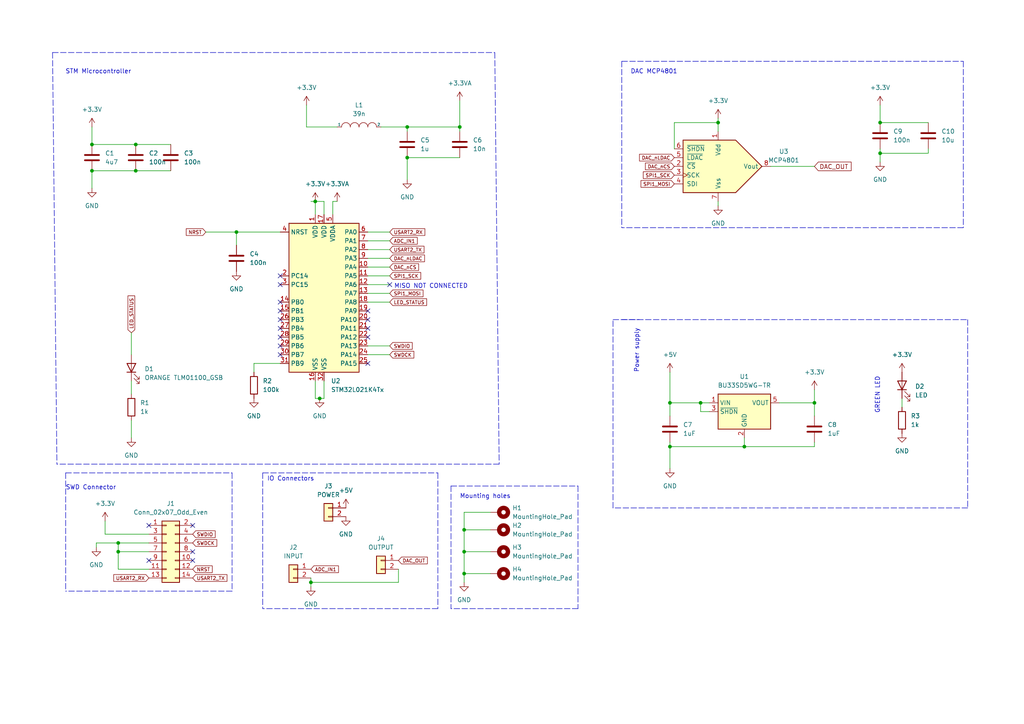
<source format=kicad_sch>
(kicad_sch (version 20211123) (generator eeschema)
  (paper "A4")
  (lib_symbols
    (symbol "Analog_DAC:MCP4801" (pin_names (offset 1.016))
      (property "Reference" "U" (at 1.27 10.795 0))
      (property "Value" "MCP4801" (at 1.27 8.89 0))
      (symbol "MCP4801_0_0"
        (polyline (pts (xy 12.7 0) (xy 5.08 7.62) (xy -10.16 7.62) (xy -10.16 -7.62) (xy 5.08 -7.62) (xy 12.7 0)) (stroke (width 0.254)) (fill (type background)))
      )
      (symbol "MCP4801_1_1"
        (pin power_in line (at 0 10.16 270) (length 2.54) (name "Vdd") (number "1"))
        (pin input line (at -12.7 0 0) (length 2.54) (name "~{CS}") (number "2"))
        (pin input clock (at -12.7 -2.54 0) (length 2.54) (name "SCK") (number "3"))
        (pin input line (at -12.7 -5.08 0) (length 2.54) (name "SDI") (number "4"))
        (pin input line (at -12.7 2.54 0) (length 2.54) (name "~{LDAC}") (number "5"))
        (pin input line (at -12.7 5.08 0) (length 2.54) (name "~{SHDN}") (number "6"))
        (pin power_in line (at 0 -10.16 90) (length 2.54) (name "Vss") (number "7"))
        (pin output line (at 15.24 0 180) (length 2.54) (name "Vout") (number "8"))
      )
    )
    (symbol "Connector_Generic:Conn_01x02" (pin_names (offset 1.016) hide)
      (property "Reference" "J" (at 0 2.54 0))
      (property "Value" "Conn_01x02" (at 0 -5.08 0))
      (symbol "Conn_01x02_1_1"
        (rectangle (start -1.27 -2.413) (end 0 -2.667) (stroke (width 0.1524)))
        (rectangle (start -1.27 0.127) (end 0 -0.127) (stroke (width 0.1524)))
        (rectangle (start -1.27 1.27) (end 1.27 -3.81) (stroke (width 0.254)) (fill (type background)))
        (pin passive line (at -5.08 0 0) (length 3.81) (name "Pin_1") (number "1"))
        (pin passive line (at -5.08 -2.54 0) (length 3.81) (name "Pin_2") (number "2"))
      )
    )
    (symbol "Connector_Generic:Conn_02x07_Odd_Even" (pin_names (offset 1.016) hide)
      (property "Reference" "J" (at 1.27 10.16 0))
      (property "Value" "Conn_02x07_Odd_Even" (at 1.27 -10.16 0))
      (symbol "Conn_02x07_Odd_Even_1_1"
        (rectangle (start -1.27 -7.493) (end 0 -7.747) (stroke (width 0.1524)))
        (rectangle (start -1.27 -4.953) (end 0 -5.207) (stroke (width 0.1524)))
        (rectangle (start -1.27 -2.413) (end 0 -2.667) (stroke (width 0.1524)))
        (rectangle (start -1.27 0.127) (end 0 -0.127) (stroke (width 0.1524)))
        (rectangle (start -1.27 2.667) (end 0 2.413) (stroke (width 0.1524)))
        (rectangle (start -1.27 5.207) (end 0 4.953) (stroke (width 0.1524)))
        (rectangle (start -1.27 7.747) (end 0 7.493) (stroke (width 0.1524)))
        (rectangle (start -1.27 8.89) (end 3.81 -8.89) (stroke (width 0.254)) (fill (type background)))
        (rectangle (start 3.81 -7.493) (end 2.54 -7.747) (stroke (width 0.1524)))
        (rectangle (start 3.81 -4.953) (end 2.54 -5.207) (stroke (width 0.1524)))
        (rectangle (start 3.81 -2.413) (end 2.54 -2.667) (stroke (width 0.1524)))
        (rectangle (start 3.81 0.127) (end 2.54 -0.127) (stroke (width 0.1524)))
        (rectangle (start 3.81 2.667) (end 2.54 2.413) (stroke (width 0.1524)))
        (rectangle (start 3.81 5.207) (end 2.54 4.953) (stroke (width 0.1524)))
        (rectangle (start 3.81 7.747) (end 2.54 7.493) (stroke (width 0.1524)))
        (pin passive line (at -5.08 7.62 0) (length 3.81) (name "Pin_1") (number "1"))
        (pin passive line (at 7.62 -2.54 180) (length 3.81) (name "Pin_10") (number "10"))
        (pin passive line (at -5.08 -5.08 0) (length 3.81) (name "Pin_11") (number "11"))
        (pin passive line (at 7.62 -5.08 180) (length 3.81) (name "Pin_12") (number "12"))
        (pin passive line (at -5.08 -7.62 0) (length 3.81) (name "Pin_13") (number "13"))
        (pin passive line (at 7.62 -7.62 180) (length 3.81) (name "Pin_14") (number "14"))
        (pin passive line (at 7.62 7.62 180) (length 3.81) (name "Pin_2") (number "2"))
        (pin passive line (at -5.08 5.08 0) (length 3.81) (name "Pin_3") (number "3"))
        (pin passive line (at 7.62 5.08 180) (length 3.81) (name "Pin_4") (number "4"))
        (pin passive line (at -5.08 2.54 0) (length 3.81) (name "Pin_5") (number "5"))
        (pin passive line (at 7.62 2.54 180) (length 3.81) (name "Pin_6") (number "6"))
        (pin passive line (at -5.08 0 0) (length 3.81) (name "Pin_7") (number "7"))
        (pin passive line (at 7.62 0 180) (length 3.81) (name "Pin_8") (number "8"))
        (pin passive line (at -5.08 -2.54 0) (length 3.81) (name "Pin_9") (number "9"))
      )
    )
    (symbol "Device:C" (pin_numbers hide) (pin_names (offset 0.254))
      (property "Reference" "C" (at 0.635 2.54 0))
      (property "Value" "C" (at 0.635 -2.54 0))
      (symbol "C_0_1"
        (polyline (pts (xy -2.032 -0.762) (xy 2.032 -0.762)) (stroke (width 0.508)))
        (polyline (pts (xy -2.032 0.762) (xy 2.032 0.762)) (stroke (width 0.508)))
      )
      (symbol "C_1_1"
        (pin passive line (at 0 3.81 270) (length 2.794) (name "~") (number "1"))
        (pin passive line (at 0 -3.81 90) (length 2.794) (name "~") (number "2"))
      )
    )
    (symbol "Device:LED" (pin_numbers hide) (pin_names (offset 1.016) hide)
      (property "Reference" "D" (at 0 2.54 0))
      (property "Value" "LED" (at 0 -2.54 0))
      (symbol "LED_0_1"
        (polyline (pts (xy -1.27 -1.27) (xy -1.27 1.27)) (stroke (width 0.254)))
        (polyline (pts (xy -1.27 0) (xy 1.27 0)))
        (polyline (pts (xy 1.27 -1.27) (xy 1.27 1.27) (xy -1.27 0) (xy 1.27 -1.27)) (stroke (width 0.254)))
        (polyline (pts (xy -3.048 -0.762) (xy -4.572 -2.286) (xy -3.81 -2.286) (xy -4.572 -2.286) (xy -4.572 -1.524)))
        (polyline (pts (xy -1.778 -0.762) (xy -3.302 -2.286) (xy -2.54 -2.286) (xy -3.302 -2.286) (xy -3.302 -1.524)))
      )
      (symbol "LED_1_1"
        (pin passive line (at -3.81 0 0) (length 2.54) (name "K") (number "1"))
        (pin passive line (at 3.81 0 180) (length 2.54) (name "A") (number "2"))
      )
    )
    (symbol "Device:R" (pin_numbers hide) (pin_names (offset 0))
      (property "Reference" "R" (at 2.032 0 90))
      (property "Value" "R" (at 0 0 90))
      (symbol "R_0_1"
        (rectangle (start -1.016 -2.54) (end 1.016 2.54) (stroke (width 0.254)))
      )
      (symbol "R_1_1"
        (pin passive line (at 0 3.81 270) (length 1.27) (name "~") (number "1"))
        (pin passive line (at 0 -3.81 90) (length 1.27) (name "~") (number "2"))
      )
    )
    (symbol "MCU_ST_STM32L0:STM32L021K4Tx"
      (property "Reference" "U" (at -10.16 21.59 0))
      (property "Value" "STM32L021K4Tx" (at 5.08 21.59 0))
      (symbol "STM32L021K4Tx_0_1"
        (rectangle (start -10.16 -22.86) (end 10.16 20.32) (stroke (width 0.254)) (fill (type background)))
      )
      (symbol "STM32L021K4Tx_1_1"
        (pin power_in line (at -2.54 22.86 270) (length 2.54) (name "VDD") (number "1"))
        (pin bidirectional line (at 12.7 7.62 180) (length 2.54) (name "PA4") (number "10"))
        (pin bidirectional line (at 12.7 5.08 180) (length 2.54) (name "PA5") (number "11"))
        (pin bidirectional line (at 12.7 2.54 180) (length 2.54) (name "PA6") (number "12"))
        (pin bidirectional line (at 12.7 0 180) (length 2.54) (name "PA7") (number "13"))
        (pin bidirectional line (at -12.7 -2.54 0) (length 2.54) (name "PB0") (number "14"))
        (pin bidirectional line (at -12.7 -5.08 0) (length 2.54) (name "PB1") (number "15"))
        (pin power_in line (at -2.54 -25.4 90) (length 2.54) (name "VSS") (number "16"))
        (pin power_in line (at 0 22.86 270) (length 2.54) (name "VDD") (number "17"))
        (pin bidirectional line (at 12.7 -2.54 180) (length 2.54) (name "PA8") (number "18"))
        (pin bidirectional line (at 12.7 -5.08 180) (length 2.54) (name "PA9") (number "19"))
        (pin bidirectional line (at -12.7 5.08 0) (length 2.54) (name "PC14") (number "2"))
        (pin bidirectional line (at 12.7 -7.62 180) (length 2.54) (name "PA10") (number "20"))
        (pin bidirectional line (at 12.7 -10.16 180) (length 2.54) (name "PA11") (number "21"))
        (pin bidirectional line (at 12.7 -12.7 180) (length 2.54) (name "PA12") (number "22"))
        (pin bidirectional line (at 12.7 -15.24 180) (length 2.54) (name "PA13") (number "23"))
        (pin bidirectional line (at 12.7 -17.78 180) (length 2.54) (name "PA14") (number "24"))
        (pin bidirectional line (at 12.7 -20.32 180) (length 2.54) (name "PA15") (number "25"))
        (pin bidirectional line (at -12.7 -7.62 0) (length 2.54) (name "PB3") (number "26"))
        (pin bidirectional line (at -12.7 -10.16 0) (length 2.54) (name "PB4") (number "27"))
        (pin bidirectional line (at -12.7 -12.7 0) (length 2.54) (name "PB5") (number "28"))
        (pin bidirectional line (at -12.7 -15.24 0) (length 2.54) (name "PB6") (number "29"))
        (pin bidirectional line (at -12.7 2.54 0) (length 2.54) (name "PC15") (number "3"))
        (pin bidirectional line (at -12.7 -17.78 0) (length 2.54) (name "PB7") (number "30"))
        (pin bidirectional line (at -12.7 -20.32 0) (length 2.54) (name "PB9") (number "31"))
        (pin power_in line (at 0 -25.4 90) (length 2.54) (name "VSS") (number "32"))
        (pin input line (at -12.7 17.78 0) (length 2.54) (name "NRST") (number "4"))
        (pin power_in line (at 2.54 22.86 270) (length 2.54) (name "VDDA") (number "5"))
        (pin bidirectional line (at 12.7 17.78 180) (length 2.54) (name "PA0") (number "6"))
        (pin bidirectional line (at 12.7 15.24 180) (length 2.54) (name "PA1") (number "7"))
        (pin bidirectional line (at 12.7 12.7 180) (length 2.54) (name "PA2") (number "8"))
        (pin bidirectional line (at 12.7 10.16 180) (length 2.54) (name "PA3") (number "9"))
      )
    )
    (symbol "Mechanical:MountingHole_Pad" (pin_numbers hide) (pin_names (offset 1.016) hide)
      (property "Reference" "H" (at 0 6.35 0))
      (property "Value" "MountingHole_Pad" (at 0 4.445 0))
      (symbol "MountingHole_Pad_0_1"
        (circle (center 0 1.27) (radius 1.27) (stroke (width 1.27)))
      )
      (symbol "MountingHole_Pad_1_1"
        (pin input line (at 0 -2.54 90) (length 2.54) (name "1") (number "1"))
      )
    )
    (symbol "Regulator_Linear:MCP1802x-xx02xOT"
      (property "Reference" "U" (at -6.35 6.35 0))
      (property "Value" "MCP1802x-xx02xOT" (at 0 6.35 0))
      (symbol "MCP1802x-xx02xOT_0_1"
        (rectangle (start -7.62 5.08) (end 7.62 -5.08) (stroke (width 0.254)) (fill (type background)))
      )
      (symbol "MCP1802x-xx02xOT_1_1"
        (pin power_in line (at -10.16 2.54 0) (length 2.54) (name "VIN") (number "1"))
        (pin power_in line (at 0 -7.62 90) (length 2.54) (name "GND") (number "2"))
        (pin input line (at -10.16 0 0) (length 2.54) (name "~{SHDN}") (number "3"))
        (pin no_connect line (at 7.62 0 180) (length 2.54) hide (name "NC") (number "4"))
        (pin power_out line (at 10.16 2.54 180) (length 2.54) (name "VOUT") (number "5"))
      )
    )
    (symbol "power:+3.3V" (power) (pin_names (offset 0))
      (property "Value" "+3.3V" (at 0 3.556 0))
      (symbol "+3.3V_0_1"
        (polyline (pts (xy -0.762 1.27) (xy 0 2.54)))
        (polyline (pts (xy 0 0) (xy 0 2.54)))
        (polyline (pts (xy 0 2.54) (xy 0.762 1.27)))
      )
      (symbol "+3.3V_1_1"
        (pin power_in line (at 0 0 90) (length 0) hide (name "+3.3V") (number "1"))
      )
    )
    (symbol "power:+3.3VA" (power) (pin_names (offset 0))
      (property "Value" "+3.3VA" (at 0 3.556 0))
      (symbol "+3.3VA_0_1"
        (polyline (pts (xy -0.762 1.27) (xy 0 2.54)))
        (polyline (pts (xy 0 0) (xy 0 2.54)))
        (polyline (pts (xy 0 2.54) (xy 0.762 1.27)))
      )
      (symbol "+3.3VA_1_1"
        (pin power_in line (at 0 0 90) (length 0) hide (name "+3.3VA") (number "1"))
      )
    )
    (symbol "power:+5V" (power) (pin_names (offset 0))
      (property "Value" "+5V" (at 0 3.556 0))
      (symbol "+5V_0_1"
        (polyline (pts (xy -0.762 1.27) (xy 0 2.54)))
        (polyline (pts (xy 0 0) (xy 0 2.54)))
        (polyline (pts (xy 0 2.54) (xy 0.762 1.27)))
      )
      (symbol "+5V_1_1"
        (pin power_in line (at 0 0 90) (length 0) hide (name "+5V") (number "1"))
      )
    )
    (symbol "power:GND" (power) (pin_names (offset 0))
      (property "Value" "GND" (at 0 -3.81 0))
      (symbol "GND_0_1"
        (polyline (pts (xy 0 0) (xy 0 -1.27) (xy 1.27 -1.27) (xy 0 -2.54) (xy -1.27 -1.27) (xy 0 -1.27)))
      )
      (symbol "GND_1_1"
        (pin power_in line (at 0 0 270) (length 0) hide (name "GND") (number "1"))
      )
    )
    (symbol "pspice:INDUCTOR" (pin_numbers hide) (pin_names (offset 0))
      (property "Reference" "L" (at 0 2.54 0))
      (property "Value" "INDUCTOR" (at 0 -1.27 0))
      (symbol "INDUCTOR_0_1"
        (arc (start -2.54 0) (mid -3.81 1.27) (end -5.08 0))
        (arc (start 0 0) (mid -1.27 1.27) (end -2.54 0))
        (arc (start 2.54 0) (mid 1.27 1.27) (end 0 0))
        (arc (start 5.08 0) (mid 3.81 1.27) (end 2.54 0))
      )
      (symbol "INDUCTOR_1_1"
        (pin input line (at -6.35 0 0) (length 1.27) (name "1") (number "1"))
        (pin input line (at 6.35 0 180) (length 1.27) (name "2") (number "2"))
      )
    )
  )
  (junction (at 236.22 116.84))
  (junction (at 208.28 35.56))
  (junction (at 255.27 35.56))
  (junction (at 255.27 44.45))
  (junction (at 91.44 58.42))
  (junction (at 194.31 116.84))
  (junction (at 68.58 67.31))
  (junction (at 134.62 160.02))
  (junction (at 26.67 49.53))
  (junction (at 118.11 45.72))
  (junction (at 92.71 115.57))
  (junction (at 134.62 166.37))
  (junction (at 215.9 129.54))
  (junction (at 118.11 36.83))
  (junction (at 203.2 116.84))
  (junction (at 39.37 49.53))
  (junction (at 134.62 153.67))
  (junction (at 34.29 160.02))
  (junction (at 34.29 157.48))
  (junction (at 39.37 41.91))
  (junction (at 26.67 41.91))
  (junction (at 194.31 129.54))
  (junction (at 90.17 168.91))
  (junction (at 133.35 36.83))
  (no_connect (at 43.18 152.4))
  (no_connect (at 55.88 152.4))
  (no_connect (at 55.88 162.56))
  (no_connect (at 81.28 97.79))
  (no_connect (at 106.68 92.71))
  (no_connect (at 113.03 82.55))
  (no_connect (at 55.88 160.02))
  (no_connect (at 106.68 97.79))
  (no_connect (at 106.68 105.41))
  (no_connect (at 81.28 82.55))
  (no_connect (at 106.68 95.25))
  (no_connect (at 81.28 80.01))
  (no_connect (at 81.28 95.25))
  (no_connect (at 106.68 90.17))
  (no_connect (at 81.28 100.33))
  (no_connect (at 81.28 90.17))
  (no_connect (at 81.28 102.87))
  (no_connect (at 81.28 92.71))
  (no_connect (at 81.28 87.63))
  (no_connect (at 43.18 162.56))
  (wire (pts (xy 106.68 102.87) (xy 113.03 102.87)))
  (wire (pts (xy 106.68 82.55) (xy 113.03 82.55)))
  (wire (pts (xy 194.31 128.27) (xy 194.31 129.54)))
  (wire (pts (xy 134.62 160.02) (xy 134.62 166.37)))
  (wire (pts (xy 93.98 115.57) (xy 92.71 115.57)))
  (wire (pts (xy 91.44 115.57) (xy 92.71 115.57)))
  (wire (pts (xy 134.62 160.02) (xy 142.24 160.02)))
  (wire (pts (xy 39.37 49.53) (xy 49.53 49.53)))
  (wire (pts (xy 118.11 36.83) (xy 133.35 36.83)))
  (polyline (pts (xy 76.2 137.16) (xy 76.2 176.53)))
  (wire (pts (xy 91.44 58.42) (xy 91.44 62.23)))
  (wire (pts (xy 215.9 129.54) (xy 215.9 127)))
  (wire (pts (xy 208.28 58.42) (xy 208.28 59.69)))
  (wire (pts (xy 194.31 107.95) (xy 194.31 116.84)))
  (wire (pts (xy 90.17 168.91) (xy 90.17 167.64)))
  (wire (pts (xy 43.18 160.02) (xy 34.29 160.02)))
  (polyline (pts (xy 167.64 140.97) (xy 167.64 176.53)))
  (polyline (pts (xy 15.24 15.24) (xy 16.51 134.62)))
  (wire (pts (xy 194.31 129.54) (xy 194.31 135.89)))
  (wire (pts (xy 106.68 69.85) (xy 113.03 69.85)))
  (polyline (pts (xy 280.67 92.71) (xy 280.67 147.32)))
  (wire (pts (xy 255.27 43.18) (xy 255.27 44.45)))
  (wire (pts (xy 39.37 41.91) (xy 49.53 41.91)))
  (wire (pts (xy 118.11 36.83) (xy 118.11 38.1)))
  (wire (pts (xy 118.11 45.72) (xy 118.11 52.07)))
  (wire (pts (xy 96.52 58.42) (xy 96.52 62.23)))
  (polyline (pts (xy 143.51 15.24) (xy 144.78 134.62)))
  (polyline (pts (xy 177.8 92.71) (xy 185.42 92.71)))
  (wire (pts (xy 93.98 110.49) (xy 93.98 115.57)))
  (wire (pts (xy 255.27 44.45) (xy 269.24 44.45)))
  (wire (pts (xy 106.68 74.93) (xy 113.03 74.93)))
  (wire (pts (xy 38.1 110.49) (xy 38.1 114.3)))
  (polyline (pts (xy 180.34 17.78) (xy 279.4 17.78)))
  (wire (pts (xy 90.17 170.18) (xy 90.17 168.91)))
  (wire (pts (xy 106.68 77.47) (xy 113.03 77.47)))
  (wire (pts (xy 91.44 110.49) (xy 91.44 115.57)))
  (polyline (pts (xy 130.81 140.97) (xy 130.81 176.53)))
  (polyline (pts (xy 15.24 15.24) (xy 143.51 15.24)))
  (wire (pts (xy 106.68 80.01) (xy 113.03 80.01)))
  (wire (pts (xy 68.58 67.31) (xy 68.58 71.12)))
  (wire (pts (xy 88.9 30.48) (xy 88.9 36.83)))
  (wire (pts (xy 195.58 35.56) (xy 195.58 43.18)))
  (wire (pts (xy 106.68 87.63) (xy 113.03 87.63)))
  (wire (pts (xy 27.94 157.48) (xy 27.94 158.75)))
  (wire (pts (xy 59.69 67.31) (xy 68.58 67.31)))
  (wire (pts (xy 106.68 72.39) (xy 113.03 72.39)))
  (wire (pts (xy 38.1 121.92) (xy 38.1 127)))
  (wire (pts (xy 43.18 154.94) (xy 30.48 154.94)))
  (wire (pts (xy 43.18 157.48) (xy 34.29 157.48)))
  (polyline (pts (xy 76.2 137.16) (xy 127 137.16)))
  (wire (pts (xy 34.29 160.02) (xy 34.29 157.48)))
  (wire (pts (xy 208.28 35.56) (xy 208.28 38.1)))
  (wire (pts (xy 203.2 116.84) (xy 205.74 116.84)))
  (wire (pts (xy 255.27 35.56) (xy 269.24 35.56)))
  (wire (pts (xy 110.49 36.83) (xy 118.11 36.83)))
  (wire (pts (xy 91.44 58.42) (xy 93.98 58.42)))
  (wire (pts (xy 34.29 165.1) (xy 34.29 160.02)))
  (wire (pts (xy 194.31 116.84) (xy 194.31 120.65)))
  (wire (pts (xy 261.62 115.57) (xy 261.62 118.11)))
  (wire (pts (xy 133.35 36.83) (xy 133.35 38.1)))
  (wire (pts (xy 90.17 58.42) (xy 91.44 58.42)))
  (polyline (pts (xy 144.78 134.62) (xy 16.51 134.62)))
  (wire (pts (xy 106.68 100.33) (xy 113.03 100.33)))
  (wire (pts (xy 26.67 36.83) (xy 26.67 41.91)))
  (polyline (pts (xy 167.64 176.53) (xy 130.81 176.53)))
  (wire (pts (xy 208.28 35.56) (xy 195.58 35.56)))
  (wire (pts (xy 90.17 168.91) (xy 115.57 168.91)))
  (wire (pts (xy 93.98 62.23) (xy 93.98 58.42)))
  (wire (pts (xy 236.22 113.03) (xy 236.22 116.84)))
  (wire (pts (xy 73.66 105.41) (xy 73.66 107.95)))
  (wire (pts (xy 88.9 36.83) (xy 97.79 36.83)))
  (wire (pts (xy 134.62 153.67) (xy 142.24 153.67)))
  (wire (pts (xy 255.27 30.48) (xy 255.27 35.56)))
  (wire (pts (xy 133.35 29.21) (xy 133.35 36.83)))
  (polyline (pts (xy 67.31 137.16) (xy 67.31 171.45)))
  (wire (pts (xy 134.62 148.59) (xy 134.62 153.67)))
  (polyline (pts (xy 280.67 147.32) (xy 177.8 147.32)))
  (wire (pts (xy 68.58 67.31) (xy 81.28 67.31)))
  (wire (pts (xy 223.52 48.26) (xy 236.22 48.26)))
  (polyline (pts (xy 19.05 137.16) (xy 67.31 137.16)))
  (wire (pts (xy 236.22 129.54) (xy 215.9 129.54)))
  (wire (pts (xy 26.67 49.53) (xy 26.67 54.61)))
  (polyline (pts (xy 19.05 137.16) (xy 19.05 171.45)))
  (wire (pts (xy 134.62 153.67) (xy 134.62 160.02)))
  (polyline (pts (xy 177.8 147.32) (xy 177.8 92.71)))
  (wire (pts (xy 203.2 119.38) (xy 205.74 119.38)))
  (wire (pts (xy 194.31 129.54) (xy 215.9 129.54)))
  (wire (pts (xy 97.79 58.42) (xy 96.52 58.42)))
  (wire (pts (xy 115.57 168.91) (xy 115.57 165.1)))
  (wire (pts (xy 236.22 116.84) (xy 236.22 120.65)))
  (polyline (pts (xy 127 176.53) (xy 76.2 176.53)))
  (wire (pts (xy 106.68 85.09) (xy 113.03 85.09)))
  (wire (pts (xy 38.1 96.52) (xy 38.1 102.87)))
  (wire (pts (xy 43.18 165.1) (xy 34.29 165.1)))
  (wire (pts (xy 255.27 44.45) (xy 255.27 46.99)))
  (polyline (pts (xy 130.81 140.97) (xy 167.64 140.97)))
  (polyline (pts (xy 180.34 17.78) (xy 180.34 66.04)))
  (wire (pts (xy 34.29 157.48) (xy 27.94 157.48)))
  (wire (pts (xy 26.67 41.91) (xy 39.37 41.91)))
  (wire (pts (xy 81.28 105.41) (xy 73.66 105.41)))
  (wire (pts (xy 26.67 49.53) (xy 39.37 49.53)))
  (wire (pts (xy 208.28 34.29) (xy 208.28 35.56)))
  (polyline (pts (xy 67.31 171.45) (xy 19.05 171.45)))
  (polyline (pts (xy 127 137.16) (xy 127 176.53)))
  (wire (pts (xy 134.62 166.37) (xy 134.62 168.91)))
  (wire (pts (xy 30.48 154.94) (xy 30.48 151.13)))
  (wire (pts (xy 118.11 45.72) (xy 133.35 45.72)))
  (wire (pts (xy 236.22 128.27) (xy 236.22 129.54)))
  (polyline (pts (xy 180.34 92.71) (xy 280.67 92.71)))
  (wire (pts (xy 142.24 148.59) (xy 134.62 148.59)))
  (wire (pts (xy 269.24 44.45) (xy 269.24 43.18)))
  (polyline (pts (xy 279.4 17.78) (xy 279.4 66.04)))
  (wire (pts (xy 106.68 67.31) (xy 113.03 67.31)))
  (wire (pts (xy 142.24 166.37) (xy 134.62 166.37)))
  (wire (pts (xy 203.2 116.84) (xy 203.2 119.38)))
  (wire (pts (xy 194.31 116.84) (xy 203.2 116.84)))
  (polyline (pts (xy 279.4 66.04) (xy 180.34 66.04)))
  (wire (pts (xy 226.06 116.84) (xy 236.22 116.84)))
  (text "Mounting holes" (at 133.35 144.78 0) (effects (font (size 1.27 1.27)) (justify left bottom)))
  (text "SWD Connector" (at 19.05 142.24 0) (effects (font (size 1.27 1.27)) (justify left bottom)))
  (text "DAC MCP4801" (at 182.88 21.59 0) (effects (font (size 1.27 1.27)) (justify left bottom)))
  (text "Power supply\n" (at 185.42 95.25 270) (effects (font (size 1.27 1.27)) (justify right bottom)))
  (text "STM Microcontroller" (at 38.1 21.59 180) (effects (font (size 1.27 1.27)) (justify right bottom)))
  (text "MISO NOT CONNECTED\n" (at 114.3 83.82 0) (effects (font (size 1.27 1.27)) (justify left bottom)))
  (text "IO Connectors" (at 77.47 139.7 0) (effects (font (size 1.27 1.27)) (justify left bottom)))
  (text "GREEN LED" (at 255.27 109.22 270) (effects (font (size 1.27 1.27)) (justify right bottom)))
  (global_label "DAC_nCS" (shape input) (at 195.58 48.26 180) (effects (font (size 1 1))) (property "Intersheet References" "${INTERSHEET_REFS}" (effects hide)))
  (global_label "SWDCK" (shape input) (at 113.03 102.87 0) (effects (font (size 1 1))) (property "Intersheet References" "${INTERSHEET_REFS}" (effects hide)))
  (global_label "USART2_RX" (shape input) (at 113.03 67.31 0) (effects (font (size 1 1))) (property "Intersheet References" "${INTERSHEET_REFS}" (effects hide)))
  (global_label "DAC_nLDAC" (shape input) (at 113.03 74.93 0) (effects (font (size 1 1))) (property "Intersheet References" "${INTERSHEET_REFS}" (effects hide)))
  (global_label "USART2_RX" (shape input) (at 43.18 167.64 180) (effects (font (size 1 1))) (property "Intersheet References" "${INTERSHEET_REFS}" (effects hide)))
  (global_label "SPI1_MOSI" (shape input) (at 195.58 53.34 180) (effects (font (size 1 1))) (property "Intersheet References" "${INTERSHEET_REFS}" (effects hide)))
  (global_label "SPI1_SCK" (shape input) (at 113.03 80.01 0) (effects (font (size 1 1))) (property "Intersheet References" "${INTERSHEET_REFS}" (effects hide)))
  (global_label "DAC_OUT" (shape input) (at 236.22 48.26 0) (property "Intersheet References" "${INTERSHEET_REFS}" (effects hide)))
  (global_label "USART2_TX" (shape input) (at 113.03 72.39 0) (effects (font (size 1 1))) (property "Intersheet References" "${INTERSHEET_REFS}" (effects hide)))
  (global_label "DAC_nCS" (shape input) (at 113.03 77.47 0) (effects (font (size 1 1))) (property "Intersheet References" "${INTERSHEET_REFS}" (effects hide)))
  (global_label "NRST" (shape input) (at 55.88 165.1 0) (effects (font (size 1 1))) (property "Intersheet References" "${INTERSHEET_REFS}" (effects hide)))
  (global_label "SWDCK" (shape input) (at 55.88 157.48 0) (effects (font (size 1 1))) (property "Intersheet References" "${INTERSHEET_REFS}" (effects hide)))
  (global_label "NRST" (shape input) (at 59.69 67.31 180) (effects (font (size 1 1))) (property "Intersheet References" "${INTERSHEET_REFS}" (effects hide)))
  (global_label "SWDIO" (shape input) (at 55.88 154.94 0) (effects (font (size 1 1))) (property "Intersheet References" "${INTERSHEET_REFS}" (effects hide)))
  (global_label "SPI1_SCK" (shape input) (at 195.58 50.8 180) (effects (font (size 1 1))) (property "Intersheet References" "${INTERSHEET_REFS}" (effects hide)))
  (global_label "LED_STATUS" (shape input) (at 113.03 87.63 0) (effects (font (size 1 1))) (property "Intersheet References" "${INTERSHEET_REFS}" (effects hide)))
  (global_label "USART2_TX" (shape input) (at 55.88 167.64 0) (effects (font (size 1 1))) (property "Intersheet References" "${INTERSHEET_REFS}" (effects hide)))
  (global_label "DAC_nLDAC" (shape input) (at 195.58 45.72 180) (effects (font (size 1 1))) (property "Intersheet References" "${INTERSHEET_REFS}" (effects hide)))
  (global_label "DAC_OUT" (shape input) (at 115.57 162.56 0) (effects (font (size 1 1))) (property "Intersheet References" "${INTERSHEET_REFS}" (effects hide)))
  (global_label "ADC_IN1" (shape input) (at 113.03 69.85 0) (effects (font (size 1 1))) (property "Intersheet References" "${INTERSHEET_REFS}" (effects hide)))
  (global_label "ADC_IN1" (shape input) (at 90.17 165.1 0) (effects (font (size 1 1))) (property "Intersheet References" "${INTERSHEET_REFS}" (effects hide)))
  (global_label "SPI1_MOSI" (shape input) (at 113.03 85.09 0) (effects (font (size 1 1))) (property "Intersheet References" "${INTERSHEET_REFS}" (effects hide)))
  (global_label "SWDIO" (shape input) (at 113.03 100.33 0) (effects (font (size 1 1))) (property "Intersheet References" "${INTERSHEET_REFS}" (effects hide)))
  (global_label "LED_STATUS" (shape input) (at 38.1 96.52 90) (effects (font (size 1 1))) (property "Intersheet References" "${INTERSHEET_REFS}" (effects hide)))
  (symbol (lib_id "power:GND") (at 68.58 78.74 0) (unit 1)
    (property "Reference" "#PWR06" (effects hide))
    (property "Value" "GND" (at 68.58 83.82 0))
  )
  (symbol (lib_id "Device:LED") (at 38.1 106.68 90) (unit 1)
    (property "Reference" "D1" (at 41.91 106.9974 90) (effects (justify right)))
    (property "Value" "ORANGE TLM01100_GSB" (at 41.91 109.5374 90) (effects (justify right)))
    (property "Footprint" "LED_SMD:LED_0603_1608Metric_Pad1.05x0.95mm_HandSolder" (effects hide))
  )
  (symbol (lib_id "Mechanical:MountingHole_Pad") (at 144.78 166.37 270) (unit 1)
    (property "Reference" "H4" (at 148.59 165.0999 90) (effects (justify left)))
    (property "Value" "MountingHole_Pad" (at 148.59 167.6399 90) (effects (justify left)))
    (property "Footprint" "MountingHole:MountingHole_3.2mm_M3_Pad" (effects hide))
  )
  (symbol (lib_id "Connector_Generic:Conn_01x02") (at 95.25 147.32 0) (mirror y) (unit 1)
    (property "Reference" "J3" (at 95.25 140.97 0))
    (property "Value" "POWER" (at 95.25 143.51 0))
    (property "Footprint" "Connector_JST:JST_XH_B2B-XH-A_1x02_P2.50mm_Vertical" (effects hide))
  )
  (symbol (lib_id "power:GND") (at 118.11 52.07 0) (unit 1)
    (property "Reference" "#PWR015" (effects hide))
    (property "Value" "GND" (at 118.11 57.15 0))
  )
  (symbol (lib_id "power:GND") (at 26.67 54.61 0) (unit 1)
    (property "Reference" "#PWR02" (effects hide))
    (property "Value" "GND" (at 26.67 59.69 0))
  )
  (symbol (lib_id "power:GND") (at 255.27 46.99 0) (unit 1)
    (property "Reference" "#PWR023" (effects hide))
    (property "Value" "GND" (at 255.27 52.07 0))
  )
  (symbol (lib_id "power:GND") (at 73.66 115.57 0) (unit 1)
    (property "Reference" "#PWR07" (effects hide))
    (property "Value" "GND" (at 73.66 120.65 0))
  )
  (symbol (lib_id "Analog_DAC:MCP4801") (at 208.28 48.26 0) (unit 1)
    (property "Reference" "U3" (at 227.33 43.9293 0))
    (property "Value" "MCP4801" (at 227.33 46.4693 0))
    (property "Footprint" "Package_SO:SOIC-8_3.9x4.9mm_P1.27mm" (effects hide))
    (property "Datasheet" "http://ww1.microchip.com/downloads/en/DeviceDoc/22244B.pdf" (effects hide))
  )
  (symbol (lib_id "Device:C") (at 236.22 124.46 0) (unit 1)
    (property "Reference" "C8" (at 240.03 123.1899 0) (effects (justify left)))
    (property "Value" "1uF" (at 240.03 125.7299 0) (effects (justify left)))
    (property "Footprint" "Capacitor_SMD:C_0805_2012Metric" (effects hide))
  )
  (symbol (lib_id "power:GND") (at 208.28 59.69 0) (unit 1)
    (property "Reference" "#PWR0101" (effects hide))
    (property "Value" "GND" (at 208.28 64.77 0))
  )
  (symbol (lib_id "Mechanical:MountingHole_Pad") (at 144.78 148.59 270) (unit 1)
    (property "Reference" "H1" (at 148.59 147.3199 90) (effects (justify left)))
    (property "Value" "MountingHole_Pad" (at 148.59 149.8599 90) (effects (justify left)))
    (property "Footprint" "MountingHole:MountingHole_3.2mm_M3_Pad" (effects hide))
  )
  (symbol (lib_id "power:+3.3VA") (at 133.35 29.21 0) (unit 1)
    (property "Reference" "#PWR0102" (effects hide))
    (property "Value" "+3.3VA" (at 133.35 24.13 0))
  )
  (symbol (lib_id "Device:LED") (at 261.62 111.76 90) (unit 1)
    (property "Reference" "D2" (at 265.43 112.0774 90) (effects (justify right)))
    (property "Value" "LED" (at 265.43 114.6174 90) (effects (justify right)))
    (property "Footprint" "LED_SMD:LED_0603_1608Metric_Pad1.05x0.95mm_HandSolder" (effects hide))
  )
  (symbol (lib_id "power:+5V") (at 100.33 147.32 0) (unit 1)
    (property "Reference" "#PWR013" (effects hide))
    (property "Value" "+5V" (at 100.33 142.24 0))
  )
  (symbol (lib_id "Device:C") (at 49.53 45.72 0) (unit 1)
    (property "Reference" "C3" (at 53.34 44.4499 0) (effects (justify left)))
    (property "Value" "100n" (at 53.34 46.9899 0) (effects (justify left)))
    (property "Footprint" "Capacitor_SMD:C_0805_2012Metric_Pad1.18x1.45mm_HandSolder" (effects hide))
  )
  (symbol (lib_id "Device:C") (at 118.11 41.91 0) (unit 1)
    (property "Reference" "C5" (at 121.92 40.6399 0) (effects (justify left)))
    (property "Value" "1u" (at 121.92 43.1799 0) (effects (justify left)))
    (property "Footprint" "Capacitor_SMD:C_0805_2012Metric_Pad1.18x1.45mm_HandSolder" (effects hide))
  )
  (symbol (lib_id "power:+3.3V") (at 88.9 30.48 0) (unit 1)
    (property "Reference" "#PWR08" (effects hide))
    (property "Value" "+3.3V" (at 88.9 25.4 0))
  )
  (symbol (lib_id "power:+3.3V") (at 208.28 34.29 0) (unit 1)
    (property "Reference" "#PWR019" (effects hide))
    (property "Value" "+3.3V" (at 208.28 29.21 0))
  )
  (symbol (lib_id "Device:C") (at 68.58 74.93 0) (unit 1)
    (property "Reference" "C4" (at 72.39 73.6599 0) (effects (justify left)))
    (property "Value" "100n" (at 72.39 76.1999 0) (effects (justify left)))
    (property "Footprint" "Capacitor_SMD:C_0805_2012Metric_Pad1.18x1.45mm_HandSolder" (effects hide))
  )
  (symbol (lib_id "Device:C") (at 194.31 124.46 0) (unit 1)
    (property "Reference" "C7" (at 198.12 123.1899 0) (effects (justify left)))
    (property "Value" "1uF" (at 198.12 125.7299 0) (effects (justify left)))
    (property "Footprint" "Capacitor_SMD:C_0805_2012Metric" (effects hide))
  )
  (symbol (lib_id "Device:C") (at 26.67 45.72 0) (unit 1)
    (property "Reference" "C1" (at 30.48 44.4499 0) (effects (justify left)))
    (property "Value" "4u7" (at 30.48 46.9899 0) (effects (justify left)))
    (property "Footprint" "Capacitor_SMD:C_0805_2012Metric_Pad1.18x1.45mm_HandSolder" (effects hide))
  )
  (symbol (lib_id "power:GND") (at 27.94 158.75 0) (unit 1)
    (property "Reference" "#PWR03" (effects hide))
    (property "Value" "GND" (at 27.94 163.83 0))
  )
  (symbol (lib_id "power:+3.3VA") (at 97.79 58.42 0) (unit 1)
    (property "Reference" "#PWR012" (effects hide))
    (property "Value" "+3.3VA" (at 97.79 53.34 0))
  )
  (symbol (lib_id "power:+3.3V") (at 255.27 30.48 0) (unit 1)
    (property "Reference" "#PWR022" (effects hide))
    (property "Value" "+3.3V" (at 255.27 25.4 0))
  )
  (symbol (lib_id "Connector_Generic:Conn_01x02") (at 110.49 162.56 0) (mirror y) (unit 1)
    (property "Reference" "J4" (at 110.49 156.21 0))
    (property "Value" "OUTPUT" (at 110.49 158.75 0))
    (property "Footprint" "Connector_JST:JST_XH_B2B-XH-A_1x02_P2.50mm_Vertical" (effects hide))
  )
  (symbol (lib_id "Device:C") (at 39.37 45.72 0) (unit 1)
    (property "Reference" "C2" (at 43.18 44.4499 0) (effects (justify left)))
    (property "Value" "100n" (at 43.18 46.9899 0) (effects (justify left)))
    (property "Footprint" "Capacitor_SMD:C_0805_2012Metric_Pad1.18x1.45mm_HandSolder" (effects hide))
  )
  (symbol (lib_id "Device:R") (at 38.1 118.11 0) (unit 1)
    (property "Reference" "R1" (at 40.64 116.8399 0) (effects (justify left)))
    (property "Value" "1k" (at 40.64 119.3799 0) (effects (justify left)))
    (property "Footprint" "Resistor_SMD:R_0805_2012Metric_Pad1.20x1.40mm_HandSolder" (effects hide))
  )
  (symbol (lib_id "power:GND") (at 92.71 115.57 0) (unit 1)
    (property "Reference" "#PWR011" (effects hide))
    (property "Value" "GND" (at 92.71 120.65 0))
  )
  (symbol (lib_id "Device:C") (at 133.35 41.91 0) (unit 1)
    (property "Reference" "C6" (at 137.16 40.6399 0) (effects (justify left)))
    (property "Value" "10n" (at 137.16 43.1799 0) (effects (justify left)))
    (property "Footprint" "Capacitor_SMD:C_0805_2012Metric_Pad1.18x1.45mm_HandSolder" (effects hide))
  )
  (symbol (lib_id "Mechanical:MountingHole_Pad") (at 144.78 160.02 270) (unit 1)
    (property "Reference" "H3" (at 148.59 158.7499 90) (effects (justify left)))
    (property "Value" "MountingHole_Pad" (at 148.59 161.2899 90) (effects (justify left)))
    (property "Footprint" "MountingHole:MountingHole_3.2mm_M3_Pad" (effects hide))
  )
  (symbol (lib_id "Regulator_Linear:MCP1802x-xx02xOT") (at 215.9 119.38 0) (unit 1)
    (property "Reference" "U1" (at 215.9 109.22 0))
    (property "Value" "BU33SD5WG-TR" (at 215.9 111.76 0))
    (property "Footprint" "Package_TO_SOT_SMD:SOT-23-5" (effects hide))
    (property "Datasheet" "http://ww1.microchip.com/downloads/en/DeviceDoc/22053C.pdf" (effects hide))
  )
  (symbol (lib_id "power:+5V") (at 194.31 107.95 0) (unit 1)
    (property "Reference" "#PWR017" (effects hide))
    (property "Value" "+5V" (at 194.31 102.87 0))
  )
  (symbol (lib_id "Device:R") (at 73.66 111.76 0) (unit 1)
    (property "Reference" "R2" (at 76.2 110.4899 0) (effects (justify left)))
    (property "Value" "100k" (at 76.2 113.0299 0) (effects (justify left)))
    (property "Footprint" "Resistor_SMD:R_0805_2012Metric_Pad1.20x1.40mm_HandSolder" (effects hide))
  )
  (symbol (lib_id "power:GND") (at 90.17 170.18 0) (unit 1)
    (property "Reference" "#PWR09" (effects hide))
    (property "Value" "GND" (at 90.17 175.26 0))
  )
  (symbol (lib_id "power:GND") (at 261.62 125.73 0) (unit 1)
    (property "Reference" "#PWR025" (effects hide))
    (property "Value" "GND" (at 261.62 130.81 0))
  )
  (symbol (lib_id "Device:C") (at 255.27 39.37 0) (unit 1)
    (property "Reference" "C9" (at 259.08 38.0999 0) (effects (justify left)))
    (property "Value" "100n" (at 259.08 40.6399 0) (effects (justify left)))
    (property "Footprint" "Capacitor_SMD:C_0805_2012Metric_Pad1.18x1.45mm_HandSolder" (effects hide))
  )
  (symbol (lib_id "Device:R") (at 261.62 121.92 0) (unit 1)
    (property "Reference" "R3" (at 264.16 120.6499 0) (effects (justify left)))
    (property "Value" "1k" (at 264.16 123.1899 0) (effects (justify left)))
    (property "Footprint" "Resistor_SMD:R_0805_2012Metric_Pad1.20x1.40mm_HandSolder" (effects hide))
  )
  (symbol (lib_id "power:GND") (at 194.31 135.89 0) (unit 1)
    (property "Reference" "#PWR018" (effects hide))
    (property "Value" "GND" (at 194.31 140.97 0))
  )
  (symbol (lib_id "power:+3.3V") (at 91.44 58.42 0) (unit 1)
    (property "Reference" "#PWR010" (effects hide))
    (property "Value" "+3.3V" (at 91.44 53.34 0))
  )
  (symbol (lib_id "power:GND") (at 134.62 168.91 0) (unit 1)
    (property "Reference" "#PWR020" (effects hide))
    (property "Value" "GND" (at 134.62 173.99 0))
  )
  (symbol (lib_id "power:+3.3V") (at 261.62 107.95 0) (unit 1)
    (property "Reference" "#PWR024" (effects hide))
    (property "Value" "+3.3V" (at 261.62 102.87 0))
  )
  (symbol (lib_id "Device:C") (at 269.24 39.37 0) (unit 1)
    (property "Reference" "C10" (at 273.05 38.0999 0) (effects (justify left)))
    (property "Value" "10u" (at 273.05 40.6399 0) (effects (justify left)))
    (property "Footprint" "Capacitor_SMD:C_0805_2012Metric" (effects hide))
  )
  (symbol (lib_id "power:+3.3V") (at 236.22 113.03 0) (unit 1)
    (property "Reference" "#PWR021" (effects hide))
    (property "Value" "+3.3V" (at 236.22 107.95 0))
  )
  (symbol (lib_id "Connector_Generic:Conn_01x02") (at 85.09 165.1 0) (mirror y) (unit 1)
    (property "Reference" "J2" (at 85.09 158.75 0))
    (property "Value" "INPUT" (at 85.09 161.29 0))
    (property "Footprint" "Connector_JST:JST_XH_B2B-XH-A_1x02_P2.50mm_Vertical" (effects hide))
  )
  (symbol (lib_id "Connector_Generic:Conn_02x07_Odd_Even") (at 48.26 160.02 0) (unit 1)
    (property "Reference" "J1" (at 49.53 146.05 0))
    (property "Value" "Conn_02x07_Odd_Even" (at 49.53 148.59 0))
    (property "Footprint" "Connector_PinHeader_1.27mm:PinHeader_2x07_P1.27mm_Vertical_SMD" (effects hide))
  )
  (symbol (lib_id "MCU_ST_STM32L0:STM32L021K4Tx") (at 93.98 85.09 0) (unit 1)
    (property "Reference" "U2" (at 95.9994 110.49 0) (effects (justify left)))
    (property "Value" "STM32L021K4Tx" (at 95.9994 113.03 0) (effects (justify left)))
    (property "Footprint" "Package_QFP:LQFP-32_7x7mm_P0.8mm" (effects hide))
    (property "Datasheet" "http://www.st.com/st-web-ui/static/active/en/resource/technical/document/datasheet/DM00206858.pdf" (effects hide))
  )
  (symbol (lib_id "Mechanical:MountingHole_Pad") (at 144.78 153.67 270) (unit 1)
    (property "Reference" "H2" (at 148.59 152.3999 90) (effects (justify left)))
    (property "Value" "MountingHole_Pad" (at 148.59 154.9399 90) (effects (justify left)))
    (property "Footprint" "MountingHole:MountingHole_3.2mm_M3_Pad" (effects hide))
  )
  (symbol (lib_id "power:+3.3V") (at 26.67 36.83 0) (unit 1)
    (property "Reference" "#PWR01" (effects hide))
    (property "Value" "+3.3V" (at 26.67 31.75 0))
  )
  (symbol (lib_id "power:+3.3V") (at 30.48 151.13 0) (unit 1)
    (property "Reference" "#PWR04" (effects hide))
    (property "Value" "+3.3V" (at 30.48 146.05 0))
  )
  (symbol (lib_id "power:GND") (at 100.33 149.86 0) (unit 1)
    (property "Reference" "#PWR014" (effects hide))
    (property "Value" "GND" (at 100.33 154.94 0))
  )
  (symbol (lib_id "pspice:INDUCTOR") (at 104.14 36.83 0) (unit 1)
    (property "Reference" "L1" (at 104.14 30.48 0))
    (property "Value" "39n" (at 104.14 33.02 0))
    (property "Footprint" "Inductor_SMD:L_0805_2012Metric_Pad1.05x1.20mm_HandSolder" (effects hide))
  )
  (symbol (lib_id "power:GND") (at 38.1 127 0) (unit 1)
    (property "Reference" "#PWR05" (effects hide))
    (property "Value" "GND" (at 38.1 132.08 0))
  )
)
</source>
